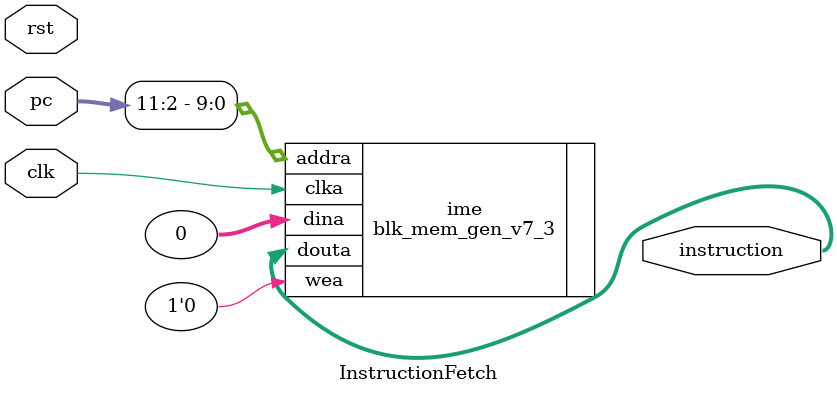
<source format=v>
`timescale 1ns / 1ps
module InstructionFetch(
    input clk,
    input rst,
    input [11:0] pc,
    output [31:0] instruction
    );
	 
	 blk_mem_gen_v7_3 ime (.clka(clk),.wea(1'b0),.addra(pc[11:2]),.dina(32'd0),.douta(instruction));
	 
endmodule

</source>
